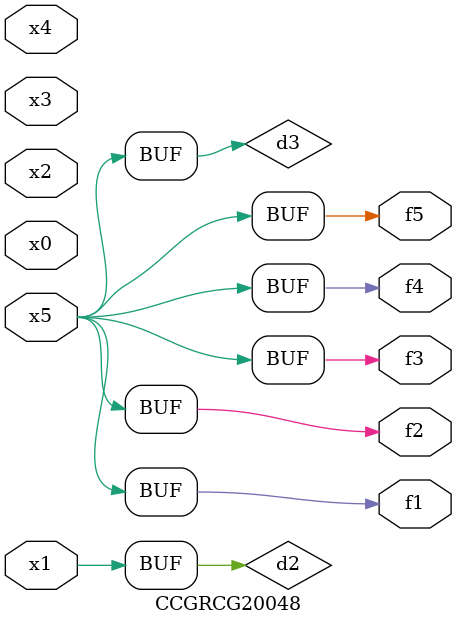
<source format=v>
module CCGRCG20048(
	input x0, x1, x2, x3, x4, x5,
	output f1, f2, f3, f4, f5
);

	wire d1, d2, d3;

	not (d1, x5);
	or (d2, x1);
	xnor (d3, d1);
	assign f1 = d3;
	assign f2 = d3;
	assign f3 = d3;
	assign f4 = d3;
	assign f5 = d3;
endmodule

</source>
